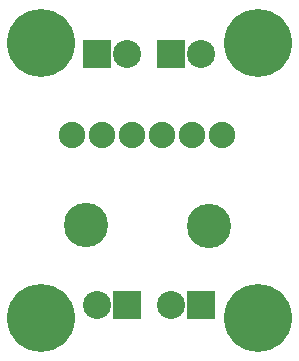
<source format=gts>
G04 MADE WITH FRITZING*
G04 WWW.FRITZING.ORG*
G04 DOUBLE SIDED*
G04 HOLES PLATED*
G04 CONTOUR ON CENTER OF CONTOUR VECTOR*
%FSLAX26Y26*%
%MOIN*%
%ADD10C,0.226536*%
%ADD11C,0.093307*%
%ADD12C,0.088000*%
%ADD13C,0.147795*%
%ADD14R,0.093307X0.093307*%
G04 MASK1*
%FSLAX26Y26*%
%MOIN*%
D10*
X853041Y130880D03*
X130901Y1049957D03*
X853390Y1049870D03*
D11*
X564428Y1012642D03*
X664428Y1012642D03*
X418643Y176110D03*
X318643Y176110D03*
X317739Y1012655D03*
X417739Y1012655D03*
X665163Y176520D03*
X565163Y176520D03*
D12*
X232480Y742759D03*
X332485Y742759D03*
X432489Y742759D03*
X532493Y742759D03*
X632497Y742759D03*
X732501Y742759D03*
D13*
X281437Y441580D03*
X690502Y438838D03*
D10*
X130990Y131200D03*
D14*
X564428Y1012642D03*
X418643Y176114D03*
X317740Y1012655D03*
X665163Y176523D03*
G04 End of Mask1*
M02*
</source>
